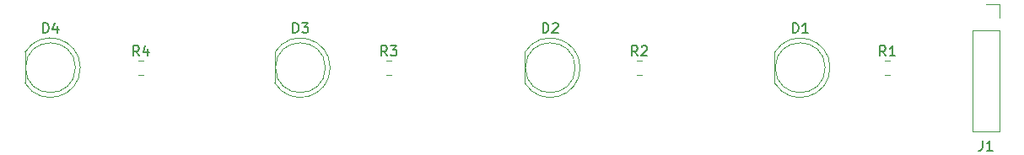
<source format=gbr>
%TF.GenerationSoftware,KiCad,Pcbnew,8.0.8*%
%TF.CreationDate,2025-05-09T12:24:10-07:00*%
%TF.ProjectId,displayPCB,64697370-6c61-4795-9043-422e6b696361,rev?*%
%TF.SameCoordinates,Original*%
%TF.FileFunction,Legend,Top*%
%TF.FilePolarity,Positive*%
%FSLAX46Y46*%
G04 Gerber Fmt 4.6, Leading zero omitted, Abs format (unit mm)*
G04 Created by KiCad (PCBNEW 8.0.8) date 2025-05-09 12:24:10*
%MOMM*%
%LPD*%
G01*
G04 APERTURE LIST*
%ADD10C,0.150000*%
%ADD11C,0.120000*%
G04 APERTURE END LIST*
D10*
X211685333Y-59764819D02*
X211352000Y-59288628D01*
X211113905Y-59764819D02*
X211113905Y-58764819D01*
X211113905Y-58764819D02*
X211494857Y-58764819D01*
X211494857Y-58764819D02*
X211590095Y-58812438D01*
X211590095Y-58812438D02*
X211637714Y-58860057D01*
X211637714Y-58860057D02*
X211685333Y-58955295D01*
X211685333Y-58955295D02*
X211685333Y-59098152D01*
X211685333Y-59098152D02*
X211637714Y-59193390D01*
X211637714Y-59193390D02*
X211590095Y-59241009D01*
X211590095Y-59241009D02*
X211494857Y-59288628D01*
X211494857Y-59288628D02*
X211113905Y-59288628D01*
X212066286Y-58860057D02*
X212113905Y-58812438D01*
X212113905Y-58812438D02*
X212209143Y-58764819D01*
X212209143Y-58764819D02*
X212447238Y-58764819D01*
X212447238Y-58764819D02*
X212542476Y-58812438D01*
X212542476Y-58812438D02*
X212590095Y-58860057D01*
X212590095Y-58860057D02*
X212637714Y-58955295D01*
X212637714Y-58955295D02*
X212637714Y-59050533D01*
X212637714Y-59050533D02*
X212590095Y-59193390D01*
X212590095Y-59193390D02*
X212018667Y-59764819D01*
X212018667Y-59764819D02*
X212637714Y-59764819D01*
X202172237Y-57454819D02*
X202172237Y-56454819D01*
X202172237Y-56454819D02*
X202410332Y-56454819D01*
X202410332Y-56454819D02*
X202553189Y-56502438D01*
X202553189Y-56502438D02*
X202648427Y-56597676D01*
X202648427Y-56597676D02*
X202696046Y-56692914D01*
X202696046Y-56692914D02*
X202743665Y-56883390D01*
X202743665Y-56883390D02*
X202743665Y-57026247D01*
X202743665Y-57026247D02*
X202696046Y-57216723D01*
X202696046Y-57216723D02*
X202648427Y-57311961D01*
X202648427Y-57311961D02*
X202553189Y-57407200D01*
X202553189Y-57407200D02*
X202410332Y-57454819D01*
X202410332Y-57454819D02*
X202172237Y-57454819D01*
X203124618Y-56550057D02*
X203172237Y-56502438D01*
X203172237Y-56502438D02*
X203267475Y-56454819D01*
X203267475Y-56454819D02*
X203505570Y-56454819D01*
X203505570Y-56454819D02*
X203600808Y-56502438D01*
X203600808Y-56502438D02*
X203648427Y-56550057D01*
X203648427Y-56550057D02*
X203696046Y-56645295D01*
X203696046Y-56645295D02*
X203696046Y-56740533D01*
X203696046Y-56740533D02*
X203648427Y-56883390D01*
X203648427Y-56883390D02*
X203076999Y-57454819D01*
X203076999Y-57454819D02*
X203696046Y-57454819D01*
X161647333Y-59764819D02*
X161314000Y-59288628D01*
X161075905Y-59764819D02*
X161075905Y-58764819D01*
X161075905Y-58764819D02*
X161456857Y-58764819D01*
X161456857Y-58764819D02*
X161552095Y-58812438D01*
X161552095Y-58812438D02*
X161599714Y-58860057D01*
X161599714Y-58860057D02*
X161647333Y-58955295D01*
X161647333Y-58955295D02*
X161647333Y-59098152D01*
X161647333Y-59098152D02*
X161599714Y-59193390D01*
X161599714Y-59193390D02*
X161552095Y-59241009D01*
X161552095Y-59241009D02*
X161456857Y-59288628D01*
X161456857Y-59288628D02*
X161075905Y-59288628D01*
X162504476Y-59098152D02*
X162504476Y-59764819D01*
X162266381Y-58717200D02*
X162028286Y-59431485D01*
X162028286Y-59431485D02*
X162647333Y-59431485D01*
X152002905Y-57454819D02*
X152002905Y-56454819D01*
X152002905Y-56454819D02*
X152241000Y-56454819D01*
X152241000Y-56454819D02*
X152383857Y-56502438D01*
X152383857Y-56502438D02*
X152479095Y-56597676D01*
X152479095Y-56597676D02*
X152526714Y-56692914D01*
X152526714Y-56692914D02*
X152574333Y-56883390D01*
X152574333Y-56883390D02*
X152574333Y-57026247D01*
X152574333Y-57026247D02*
X152526714Y-57216723D01*
X152526714Y-57216723D02*
X152479095Y-57311961D01*
X152479095Y-57311961D02*
X152383857Y-57407200D01*
X152383857Y-57407200D02*
X152241000Y-57454819D01*
X152241000Y-57454819D02*
X152002905Y-57454819D01*
X153431476Y-56788152D02*
X153431476Y-57454819D01*
X153193381Y-56407200D02*
X152955286Y-57121485D01*
X152955286Y-57121485D02*
X153574333Y-57121485D01*
X186539333Y-59764819D02*
X186206000Y-59288628D01*
X185967905Y-59764819D02*
X185967905Y-58764819D01*
X185967905Y-58764819D02*
X186348857Y-58764819D01*
X186348857Y-58764819D02*
X186444095Y-58812438D01*
X186444095Y-58812438D02*
X186491714Y-58860057D01*
X186491714Y-58860057D02*
X186539333Y-58955295D01*
X186539333Y-58955295D02*
X186539333Y-59098152D01*
X186539333Y-59098152D02*
X186491714Y-59193390D01*
X186491714Y-59193390D02*
X186444095Y-59241009D01*
X186444095Y-59241009D02*
X186348857Y-59288628D01*
X186348857Y-59288628D02*
X185967905Y-59288628D01*
X186872667Y-58764819D02*
X187491714Y-58764819D01*
X187491714Y-58764819D02*
X187158381Y-59145771D01*
X187158381Y-59145771D02*
X187301238Y-59145771D01*
X187301238Y-59145771D02*
X187396476Y-59193390D01*
X187396476Y-59193390D02*
X187444095Y-59241009D01*
X187444095Y-59241009D02*
X187491714Y-59336247D01*
X187491714Y-59336247D02*
X187491714Y-59574342D01*
X187491714Y-59574342D02*
X187444095Y-59669580D01*
X187444095Y-59669580D02*
X187396476Y-59717200D01*
X187396476Y-59717200D02*
X187301238Y-59764819D01*
X187301238Y-59764819D02*
X187015524Y-59764819D01*
X187015524Y-59764819D02*
X186920286Y-59717200D01*
X186920286Y-59717200D02*
X186872667Y-59669580D01*
X236577333Y-59764819D02*
X236244000Y-59288628D01*
X236005905Y-59764819D02*
X236005905Y-58764819D01*
X236005905Y-58764819D02*
X236386857Y-58764819D01*
X236386857Y-58764819D02*
X236482095Y-58812438D01*
X236482095Y-58812438D02*
X236529714Y-58860057D01*
X236529714Y-58860057D02*
X236577333Y-58955295D01*
X236577333Y-58955295D02*
X236577333Y-59098152D01*
X236577333Y-59098152D02*
X236529714Y-59193390D01*
X236529714Y-59193390D02*
X236482095Y-59241009D01*
X236482095Y-59241009D02*
X236386857Y-59288628D01*
X236386857Y-59288628D02*
X236005905Y-59288628D01*
X237529714Y-59764819D02*
X236958286Y-59764819D01*
X237244000Y-59764819D02*
X237244000Y-58764819D01*
X237244000Y-58764819D02*
X237148762Y-58907676D01*
X237148762Y-58907676D02*
X237053524Y-59002914D01*
X237053524Y-59002914D02*
X236958286Y-59050533D01*
X246300666Y-68288819D02*
X246300666Y-69003104D01*
X246300666Y-69003104D02*
X246253047Y-69145961D01*
X246253047Y-69145961D02*
X246157809Y-69241200D01*
X246157809Y-69241200D02*
X246014952Y-69288819D01*
X246014952Y-69288819D02*
X245919714Y-69288819D01*
X247300666Y-69288819D02*
X246729238Y-69288819D01*
X247014952Y-69288819D02*
X247014952Y-68288819D01*
X247014952Y-68288819D02*
X246919714Y-68431676D01*
X246919714Y-68431676D02*
X246824476Y-68526914D01*
X246824476Y-68526914D02*
X246729238Y-68574533D01*
X227256905Y-57454819D02*
X227256905Y-56454819D01*
X227256905Y-56454819D02*
X227495000Y-56454819D01*
X227495000Y-56454819D02*
X227637857Y-56502438D01*
X227637857Y-56502438D02*
X227733095Y-56597676D01*
X227733095Y-56597676D02*
X227780714Y-56692914D01*
X227780714Y-56692914D02*
X227828333Y-56883390D01*
X227828333Y-56883390D02*
X227828333Y-57026247D01*
X227828333Y-57026247D02*
X227780714Y-57216723D01*
X227780714Y-57216723D02*
X227733095Y-57311961D01*
X227733095Y-57311961D02*
X227637857Y-57407200D01*
X227637857Y-57407200D02*
X227495000Y-57454819D01*
X227495000Y-57454819D02*
X227256905Y-57454819D01*
X228780714Y-57454819D02*
X228209286Y-57454819D01*
X228495000Y-57454819D02*
X228495000Y-56454819D01*
X228495000Y-56454819D02*
X228399762Y-56597676D01*
X228399762Y-56597676D02*
X228304524Y-56692914D01*
X228304524Y-56692914D02*
X228209286Y-56740533D01*
X177087571Y-57454819D02*
X177087571Y-56454819D01*
X177087571Y-56454819D02*
X177325666Y-56454819D01*
X177325666Y-56454819D02*
X177468523Y-56502438D01*
X177468523Y-56502438D02*
X177563761Y-56597676D01*
X177563761Y-56597676D02*
X177611380Y-56692914D01*
X177611380Y-56692914D02*
X177658999Y-56883390D01*
X177658999Y-56883390D02*
X177658999Y-57026247D01*
X177658999Y-57026247D02*
X177611380Y-57216723D01*
X177611380Y-57216723D02*
X177563761Y-57311961D01*
X177563761Y-57311961D02*
X177468523Y-57407200D01*
X177468523Y-57407200D02*
X177325666Y-57454819D01*
X177325666Y-57454819D02*
X177087571Y-57454819D01*
X177992333Y-56454819D02*
X178611380Y-56454819D01*
X178611380Y-56454819D02*
X178278047Y-56835771D01*
X178278047Y-56835771D02*
X178420904Y-56835771D01*
X178420904Y-56835771D02*
X178516142Y-56883390D01*
X178516142Y-56883390D02*
X178563761Y-56931009D01*
X178563761Y-56931009D02*
X178611380Y-57026247D01*
X178611380Y-57026247D02*
X178611380Y-57264342D01*
X178611380Y-57264342D02*
X178563761Y-57359580D01*
X178563761Y-57359580D02*
X178516142Y-57407200D01*
X178516142Y-57407200D02*
X178420904Y-57454819D01*
X178420904Y-57454819D02*
X178135190Y-57454819D01*
X178135190Y-57454819D02*
X178039952Y-57407200D01*
X178039952Y-57407200D02*
X177992333Y-57359580D01*
D11*
%TO.C,R2*%
X211624936Y-60225000D02*
X212079064Y-60225000D01*
X211624936Y-61695000D02*
X212079064Y-61695000D01*
%TO.C,D2*%
X200350332Y-59415000D02*
X200350332Y-62505000D01*
X200350332Y-59415170D02*
G75*
G02*
X205900332Y-60959952I2560000J-1544830D01*
G01*
X205900332Y-60960048D02*
G75*
G02*
X200350332Y-62504830I-2990000J48D01*
G01*
X205410332Y-60960000D02*
G75*
G02*
X200410332Y-60960000I-2500000J0D01*
G01*
X200410332Y-60960000D02*
G75*
G02*
X205410332Y-60960000I2500000J0D01*
G01*
%TO.C,R4*%
X161586936Y-60225000D02*
X162041064Y-60225000D01*
X161586936Y-61695000D02*
X162041064Y-61695000D01*
%TO.C,D4*%
X150181000Y-59415000D02*
X150181000Y-62505000D01*
X150181000Y-59415170D02*
G75*
G02*
X155731000Y-60959952I2560000J-1544830D01*
G01*
X155731000Y-60960048D02*
G75*
G02*
X150181000Y-62504830I-2990000J48D01*
G01*
X155241000Y-60960000D02*
G75*
G02*
X150241000Y-60960000I-2500000J0D01*
G01*
X150241000Y-60960000D02*
G75*
G02*
X155241000Y-60960000I2500000J0D01*
G01*
%TO.C,R3*%
X186478936Y-60225000D02*
X186933064Y-60225000D01*
X186478936Y-61695000D02*
X186933064Y-61695000D01*
%TO.C,R1*%
X236516936Y-60225000D02*
X236971064Y-60225000D01*
X236516936Y-61695000D02*
X236971064Y-61695000D01*
%TO.C,J1*%
X245304000Y-57180000D02*
X245304000Y-67400000D01*
X245304000Y-57180000D02*
X247964000Y-57180000D01*
X245304000Y-67400000D02*
X247964000Y-67400000D01*
X246634000Y-54580000D02*
X247964000Y-54580000D01*
X247964000Y-54580000D02*
X247964000Y-55910000D01*
X247964000Y-57180000D02*
X247964000Y-67400000D01*
%TO.C,D1*%
X225435000Y-59415000D02*
X225435000Y-62505000D01*
X225435000Y-59415170D02*
G75*
G02*
X230985000Y-60959952I2560000J-1544830D01*
G01*
X230985000Y-60960048D02*
G75*
G02*
X225435000Y-62504830I-2990000J48D01*
G01*
X230495000Y-60960000D02*
G75*
G02*
X225495000Y-60960000I-2500000J0D01*
G01*
X225495000Y-60960000D02*
G75*
G02*
X230495000Y-60960000I2500000J0D01*
G01*
%TO.C,D3*%
X175265666Y-59415000D02*
X175265666Y-62505000D01*
X175265666Y-59415170D02*
G75*
G02*
X180815666Y-60959952I2560000J-1544830D01*
G01*
X180815666Y-60960048D02*
G75*
G02*
X175265666Y-62504830I-2990000J48D01*
G01*
X180325666Y-60960000D02*
G75*
G02*
X175325666Y-60960000I-2500000J0D01*
G01*
X175325666Y-60960000D02*
G75*
G02*
X180325666Y-60960000I2500000J0D01*
G01*
%TD*%
M02*

</source>
